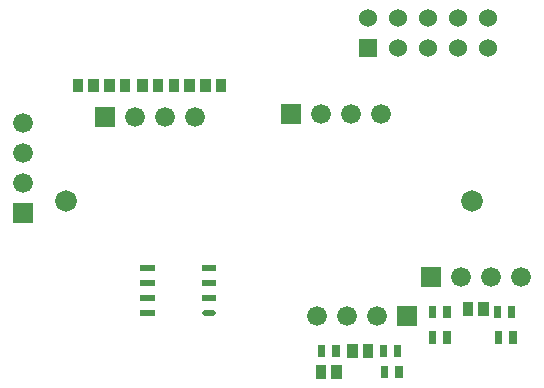
<source format=gbr>
G04 start of page 5 for group -4063 idx -4063
G04 Title: TX Daughterboard, componentmask *
G04 Creator: pcb 20070208 *
G04 CreationDate: Sat Jan 19 00:46:11 2008 UTC *
G04 For: matt *
G04 Format: Gerber/RS-274X *
G04 PCB-Dimensions: 275000 250000 *
G04 PCB-Coordinate-Origin: lower left *
%MOIN*%
%FSLAX24Y24*%
%LNFRONTMASK*%
%ADD13R,0.0600X0.0600*%
%ADD14C,0.0600*%
%ADD21C,0.0200*%
%ADD22R,0.0200X0.0200*%
%ADD24R,0.0240X0.0240*%
%ADD25R,0.0660X0.0660*%
%ADD26C,0.0660*%
%ADD27C,0.0720*%
%ADD28R,0.0355X0.0355*%
G54D25*X21000Y7750D03*
G54D26*X22000D03*
X23000D03*
X24000D03*
G54D27*X22373Y10300D03*
G54D25*X20200Y6450D03*
G54D26*X19200D03*
X18200D03*
X17200D03*
G54D27*X8830Y10300D03*
G54D25*X7400Y9900D03*
G54D26*Y10900D03*
Y11900D03*
Y12900D03*
G54D25*X10150Y13100D03*
G54D26*X11150D03*
G54D25*X16350Y13200D03*
G54D26*X17350D03*
X18350D03*
X12150Y13100D03*
X13150D03*
G54D14*X18900Y16400D03*
X19900Y15400D03*
Y16400D03*
X20900D03*
X21900D03*
X22900D03*
X20900Y15400D03*
X21900D03*
X22900D03*
G54D13*X18900D03*
G54D26*X19350Y13200D03*
G54D22*X11420Y8050D02*X11700D01*
X11420Y7550D02*X11700D01*
X11420Y7050D02*X11700D01*
X11420Y6550D02*X11700D01*
G54D28*X14005Y14199D02*Y14100D01*
X13494Y14199D02*Y14100D01*
X10294Y14199D02*Y14100D01*
X10805Y14199D02*Y14100D01*
X11394Y14199D02*Y14100D01*
X11905Y14199D02*Y14100D01*
X12444Y14199D02*Y14100D01*
X12955Y14199D02*Y14100D01*
X9244Y14199D02*Y14100D01*
X9755Y14199D02*Y14100D01*
G54D24*X23260Y5840D02*Y5660D01*
X23740Y5840D02*Y5660D01*
X21540Y6690D02*Y6510D01*
Y5840D02*Y5660D01*
X23210Y6690D02*Y6510D01*
X23690Y6690D02*Y6510D01*
G54D28*X22244Y6749D02*Y6650D01*
X22755Y6749D02*Y6650D01*
G54D21*X13460Y6550D02*X13740D01*
G54D22*X13460Y7050D02*X13740D01*
X13460Y7550D02*X13740D01*
X13460Y8050D02*X13740D01*
G54D24*X21060Y6690D02*Y6510D01*
Y5840D02*Y5660D01*
X19460Y4690D02*Y4510D01*
X19940Y4690D02*Y4510D01*
G54D28*X18905Y5349D02*Y5250D01*
X18394Y5349D02*Y5250D01*
G54D24*X17840Y5390D02*Y5210D01*
X19410Y5390D02*Y5210D01*
X19890Y5390D02*Y5210D01*
X17360Y5390D02*Y5210D01*
G54D28*X17855Y4649D02*Y4550D01*
X17344Y4649D02*Y4550D01*
M02*

</source>
